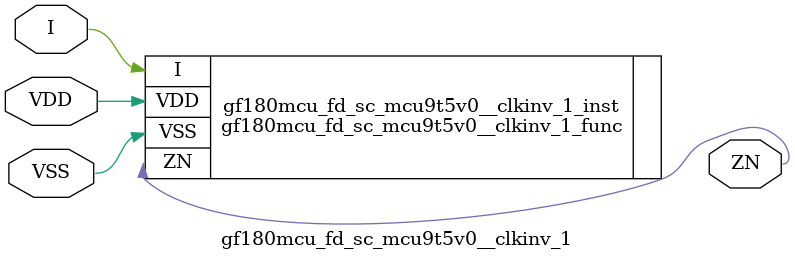
<source format=v>

module gf180mcu_fd_sc_mcu9t5v0__clkinv_1( I, ZN, VDD, VSS );
input I;
inout VDD, VSS;
output ZN;

   `ifdef FUNCTIONAL  //  functional //

	gf180mcu_fd_sc_mcu9t5v0__clkinv_1_func gf180mcu_fd_sc_mcu9t5v0__clkinv_1_behav_inst(.I(I),.ZN(ZN),.VDD(VDD),.VSS(VSS));

   `else

	gf180mcu_fd_sc_mcu9t5v0__clkinv_1_func gf180mcu_fd_sc_mcu9t5v0__clkinv_1_inst(.I(I),.ZN(ZN),.VDD(VDD),.VSS(VSS));

	// spec_gates_begin


	// spec_gates_end



   specify

	// specify_block_begin

	// comb arc I --> ZN
	 (I => ZN) = (1.0,1.0);

	// specify_block_end

   endspecify

   `endif

endmodule

</source>
